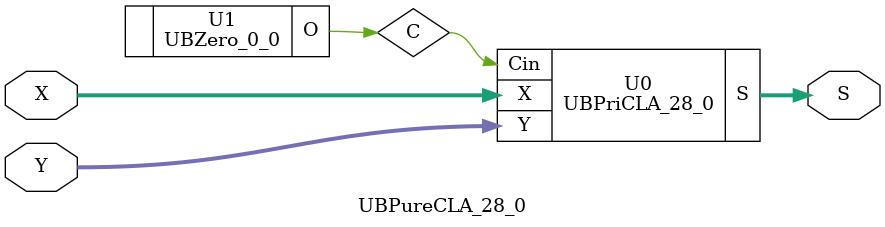
<source format=v>
/*----------------------------------------------------------------------------
  Copyright (c) 2021 Homma laboratory. All rights reserved.

  Top module: UBCLA_28_0_28_0

  Operand-1 length: 29
  Operand-2 length: 29
  Two-operand addition algorithm: Carry look-ahead adder
----------------------------------------------------------------------------*/

module GPGenerator(Go, Po, A, B);
  output Go;
  output Po;
  input A;
  input B;
  assign Go = A & B;
  assign Po = A ^ B;
endmodule

module CLAUnit_29(C, G, P, Cin);
  output [29:1] C;
  input Cin;
  input [28:0] G;
  input [28:0] P;
  assign C[1] = G[0] | ( P[0] & Cin );
  assign C[2] = G[1] | ( P[1] & G[0] ) | ( P[1] & P[0] & Cin );
  assign C[3] = G[2] | ( P[2] & G[1] ) | ( P[2] & P[1] & G[0] ) | ( P[2] & P[1] & P[0] & Cin );
  assign C[4] = G[3] | ( P[3] & G[2] ) | ( P[3] & P[2] & G[1] ) | ( P[3] & P[2] & P[1] & G[0] ) | ( P[3] & P[2] & P[1] & P[0] & Cin );
  assign C[5] = G[4] | ( P[4] & G[3] ) | ( P[4] & P[3] & G[2] ) | ( P[4] & P[3] & P[2] & G[1] ) | ( P[4] & P[3] & P[2] & P[1] & G[0] ) | ( P[4] & P[3] & P[2] & P[1] & P[0] & Cin );
  assign C[6] = G[5] | ( P[5] & G[4] ) | ( P[5] & P[4] & G[3] ) | ( P[5] & P[4] & P[3] & G[2] ) | ( P[5] & P[4] & P[3] & P[2] & G[1] ) | ( P[5] & P[4] & P[3] & P[2] & P[1] & G[0] ) | ( P[5] & P[4] & P[3]
 & P[2] & P[1] & P[0] & Cin );
  assign C[7] = G[6] | ( P[6] & G[5] ) | ( P[6] & P[5] & G[4] ) | ( P[6] & P[5] & P[4] & G[3] ) | ( P[6] & P[5] & P[4] & P[3] & G[2] ) | ( P[6] & P[5] & P[4] & P[3] & P[2] & G[1] ) | ( P[6] & P[5] & P[4]
 & P[3] & P[2] & P[1] & G[0] ) | ( P[6] & P[5] & P[4] & P[3] & P[2] & P[1] & P[0] & Cin );
  assign C[8] = G[7] | ( P[7] & G[6] ) | ( P[7] & P[6] & G[5] ) | ( P[7] & P[6] & P[5] & G[4] ) | ( P[7] & P[6] & P[5] & P[4] & G[3] ) | ( P[7] & P[6] & P[5] & P[4] & P[3] & G[2] ) | ( P[7] & P[6] & P[5]
 & P[4] & P[3] & P[2] & G[1] ) | ( P[7] & P[6] & P[5] & P[4] & P[3] & P[2] & P[1] & G[0] ) | ( P[7] & P[6] & P[5] & P[4] & P[3] & P[2] & P[1] & P[0] & Cin );
  assign C[9] = G[8] | ( P[8] & G[7] ) | ( P[8] & P[7] & G[6] ) | ( P[8] & P[7] & P[6] & G[5] ) | ( P[8] & P[7] & P[6] & P[5] & G[4] ) | ( P[8] & P[7] & P[6] & P[5] & P[4] & G[3] ) | ( P[8] & P[7] & P[6]
 & P[5] & P[4] & P[3] & G[2] ) | ( P[8] & P[7] & P[6] & P[5] & P[4] & P[3] & P[2] & G[1] ) | ( P[8] & P[7] & P[6] & P[5] & P[4] & P[3] & P[2] & P[1] & G[0] ) | ( P[8] & P[7] & P[6] & P[5] & P[4] & P[3]
 & P[2] & P[1] & P[0] & Cin );
  assign C[10] = G[9] | ( P[9] & G[8] ) | ( P[9] & P[8] & G[7] ) | ( P[9] & P[8] & P[7] & G[6] ) | ( P[9] & P[8] & P[7] & P[6] & G[5] ) | ( P[9] & P[8] & P[7] & P[6] & P[5] & G[4] ) | ( P[9] & P[8] & P[7]
 & P[6] & P[5] & P[4] & G[3] ) | ( P[9] & P[8] & P[7] & P[6] & P[5] & P[4] & P[3] & G[2] ) | ( P[9] & P[8] & P[7] & P[6] & P[5] & P[4] & P[3] & P[2] & G[1] ) | ( P[9] & P[8] & P[7] & P[6] & P[5] & P[4]
 & P[3] & P[2] & P[1] & G[0] ) | ( P[9] & P[8] & P[7] & P[6] & P[5] & P[4] & P[3] & P[2] & P[1] & P[0] & Cin );
  assign C[11] = G[10] | ( P[10] & G[9] ) | ( P[10] & P[9] & G[8] ) | ( P[10] & P[9] & P[8] & G[7] ) | ( P[10] & P[9] & P[8] & P[7] & G[6] ) | ( P[10] & P[9] & P[8] & P[7] & P[6] & G[5] ) | ( P[10] & P[9]
 & P[8] & P[7] & P[6] & P[5] & G[4] ) | ( P[10] & P[9] & P[8] & P[7] & P[6] & P[5] & P[4] & G[3] ) | ( P[10] & P[9] & P[8] & P[7] & P[6] & P[5] & P[4] & P[3] & G[2] ) | ( P[10] & P[9] & P[8] & P[7] & P[6]
 & P[5] & P[4] & P[3] & P[2] & G[1] ) | ( P[10] & P[9] & P[8] & P[7] & P[6] & P[5] & P[4] & P[3] & P[2] & P[1] & G[0] ) | ( P[10] & P[9] & P[8] & P[7] & P[6] & P[5] & P[4] & P[3] & P[2] & P[1] & P[0] &
 Cin );
  assign C[12] = G[11] | ( P[11] & G[10] ) | ( P[11] & P[10] & G[9] ) | ( P[11] & P[10] & P[9] & G[8] ) | ( P[11] & P[10] & P[9] & P[8] & G[7] ) | ( P[11] & P[10] & P[9] & P[8] & P[7] & G[6] ) | ( P[11]
 & P[10] & P[9] & P[8] & P[7] & P[6] & G[5] ) | ( P[11] & P[10] & P[9] & P[8] & P[7] & P[6] & P[5] & G[4] ) | ( P[11] & P[10] & P[9] & P[8] & P[7] & P[6] & P[5] & P[4] & G[3] ) | ( P[11] & P[10] & P[9]
 & P[8] & P[7] & P[6] & P[5] & P[4] & P[3] & G[2] ) | ( P[11] & P[10] & P[9] & P[8] & P[7] & P[6] & P[5] & P[4] & P[3] & P[2] & G[1] ) | ( P[11] & P[10] & P[9] & P[8] & P[7] & P[6] & P[5] & P[4] & P[3]
 & P[2] & P[1] & G[0] ) | ( P[11] & P[10] & P[9] & P[8] & P[7] & P[6] & P[5] & P[4] & P[3] & P[2] & P[1] & P[0] & Cin );
  assign C[13] = G[12] | ( P[12] & G[11] ) | ( P[12] & P[11] & G[10] ) | ( P[12] & P[11] & P[10] & G[9] ) | ( P[12] & P[11] & P[10] & P[9] & G[8] ) | ( P[12] & P[11] & P[10] & P[9] & P[8] & G[7] ) | ( P[12]
 & P[11] & P[10] & P[9] & P[8] & P[7] & G[6] ) | ( P[12] & P[11] & P[10] & P[9] & P[8] & P[7] & P[6] & G[5] ) | ( P[12] & P[11] & P[10] & P[9] & P[8] & P[7] & P[6] & P[5] & G[4] ) | ( P[12] & P[11] & P[10]
 & P[9] & P[8] & P[7] & P[6] & P[5] & P[4] & G[3] ) | ( P[12] & P[11] & P[10] & P[9] & P[8] & P[7] & P[6] & P[5] & P[4] & P[3] & G[2] ) | ( P[12] & P[11] & P[10] & P[9] & P[8] & P[7] & P[6] & P[5] & P[4]
 & P[3] & P[2] & G[1] ) | ( P[12] & P[11] & P[10] & P[9] & P[8] & P[7] & P[6] & P[5] & P[4] & P[3] & P[2] & P[1] & G[0] ) | ( P[12] & P[11] & P[10] & P[9] & P[8] & P[7] & P[6] & P[5] & P[4] & P[3] & P[2]
 & P[1] & P[0] & Cin );
  assign C[14] = G[13] | ( P[13] & G[12] ) | ( P[13] & P[12] & G[11] ) | ( P[13] & P[12] & P[11] & G[10] ) | ( P[13] & P[12] & P[11] & P[10] & G[9] ) | ( P[13] & P[12] & P[11] & P[10] & P[9] & G[8] ) |
 ( P[13] & P[12] & P[11] & P[10] & P[9] & P[8] & G[7] ) | ( P[13] & P[12] & P[11] & P[10] & P[9] & P[8] & P[7] & G[6] ) | ( P[13] & P[12] & P[11] & P[10] & P[9] & P[8] & P[7] & P[6] & G[5] ) | ( P[13] &
 P[12] & P[11] & P[10] & P[9] & P[8] & P[7] & P[6] & P[5] & G[4] ) | ( P[13] & P[12] & P[11] & P[10] & P[9] & P[8] & P[7] & P[6] & P[5] & P[4] & G[3] ) | ( P[13] & P[12] & P[11] & P[10] & P[9] & P[8] &
 P[7] & P[6] & P[5] & P[4] & P[3] & G[2] ) | ( P[13] & P[12] & P[11] & P[10] & P[9] & P[8] & P[7] & P[6] & P[5] & P[4] & P[3] & P[2] & G[1] ) | ( P[13] & P[12] & P[11] & P[10] & P[9] & P[8] & P[7] & P[6]
 & P[5] & P[4] & P[3] & P[2] & P[1] & G[0] ) | ( P[13] & P[12] & P[11] & P[10] & P[9] & P[8] & P[7] & P[6] & P[5] & P[4] & P[3] & P[2] & P[1] & P[0] & Cin );
  assign C[15] = G[14] | ( P[14] & G[13] ) | ( P[14] & P[13] & G[12] ) | ( P[14] & P[13] & P[12] & G[11] ) | ( P[14] & P[13] & P[12] & P[11] & G[10] ) | ( P[14] & P[13] & P[12] & P[11] & P[10] & G[9] )
 | ( P[14] & P[13] & P[12] & P[11] & P[10] & P[9] & G[8] ) | ( P[14] & P[13] & P[12] & P[11] & P[10] & P[9] & P[8] & G[7] ) | ( P[14] & P[13] & P[12] & P[11] & P[10] & P[9] & P[8] & P[7] & G[6] ) | ( P[14]
 & P[13] & P[12] & P[11] & P[10] & P[9] & P[8] & P[7] & P[6] & G[5] ) | ( P[14] & P[13] & P[12] & P[11] & P[10] & P[9] & P[8] & P[7] & P[6] & P[5] & G[4] ) | ( P[14] & P[13] & P[12] & P[11] & P[10] & P[9]
 & P[8] & P[7] & P[6] & P[5] & P[4] & G[3] ) | ( P[14] & P[13] & P[12] & P[11] & P[10] & P[9] & P[8] & P[7] & P[6] & P[5] & P[4] & P[3] & G[2] ) | ( P[14] & P[13] & P[12] & P[11] & P[10] & P[9] & P[8] &
 P[7] & P[6] & P[5] & P[4] & P[3] & P[2] & G[1] ) | ( P[14] & P[13] & P[12] & P[11] & P[10] & P[9] & P[8] & P[7] & P[6] & P[5] & P[4] & P[3] & P[2] & P[1] & G[0] ) | ( P[14] & P[13] & P[12] & P[11] & P[10]
 & P[9] & P[8] & P[7] & P[6] & P[5] & P[4] & P[3] & P[2] & P[1] & P[0] & Cin );
  assign C[16] = G[15] | ( P[15] & G[14] ) | ( P[15] & P[14] & G[13] ) | ( P[15] & P[14] & P[13] & G[12] ) | ( P[15] & P[14] & P[13] & P[12] & G[11] ) | ( P[15] & P[14] & P[13] & P[12] & P[11] & G[10] )
 | ( P[15] & P[14] & P[13] & P[12] & P[11] & P[10] & G[9] ) | ( P[15] & P[14] & P[13] & P[12] & P[11] & P[10] & P[9] & G[8] ) | ( P[15] & P[14] & P[13] & P[12] & P[11] & P[10] & P[9] & P[8] & G[7] ) | (
 P[15] & P[14] & P[13] & P[12] & P[11] & P[10] & P[9] & P[8] & P[7] & G[6] ) | ( P[15] & P[14] & P[13] & P[12] & P[11] & P[10] & P[9] & P[8] & P[7] & P[6] & G[5] ) | ( P[15] & P[14] & P[13] & P[12] & P[11]
 & P[10] & P[9] & P[8] & P[7] & P[6] & P[5] & G[4] ) | ( P[15] & P[14] & P[13] & P[12] & P[11] & P[10] & P[9] & P[8] & P[7] & P[6] & P[5] & P[4] & G[3] ) | ( P[15] & P[14] & P[13] & P[12] & P[11] & P[10]
 & P[9] & P[8] & P[7] & P[6] & P[5] & P[4] & P[3] & G[2] ) | ( P[15] & P[14] & P[13] & P[12] & P[11] & P[10] & P[9] & P[8] & P[7] & P[6] & P[5] & P[4] & P[3] & P[2] & G[1] ) | ( P[15] & P[14] & P[13] &
 P[12] & P[11] & P[10] & P[9] & P[8] & P[7] & P[6] & P[5] & P[4] & P[3] & P[2] & P[1] & G[0] ) | ( P[15] & P[14] & P[13] & P[12] & P[11] & P[10] & P[9] & P[8] & P[7] & P[6] & P[5] & P[4] & P[3] & P[2] &
 P[1] & P[0] & Cin );
  assign C[17] = G[16] | ( P[16] & G[15] ) | ( P[16] & P[15] & G[14] ) | ( P[16] & P[15] & P[14] & G[13] ) | ( P[16] & P[15] & P[14] & P[13] & G[12] ) | ( P[16] & P[15] & P[14] & P[13] & P[12] & G[11] )
 | ( P[16] & P[15] & P[14] & P[13] & P[12] & P[11] & G[10] ) | ( P[16] & P[15] & P[14] & P[13] & P[12] & P[11] & P[10] & G[9] ) | ( P[16] & P[15] & P[14] & P[13] & P[12] & P[11] & P[10] & P[9] & G[8] )
 | ( P[16] & P[15] & P[14] & P[13] & P[12] & P[11] & P[10] & P[9] & P[8] & G[7] ) | ( P[16] & P[15] & P[14] & P[13] & P[12] & P[11] & P[10] & P[9] & P[8] & P[7] & G[6] ) | ( P[16] & P[15] & P[14] & P[13]
 & P[12] & P[11] & P[10] & P[9] & P[8] & P[7] & P[6] & G[5] ) | ( P[16] & P[15] & P[14] & P[13] & P[12] & P[11] & P[10] & P[9] & P[8] & P[7] & P[6] & P[5] & G[4] ) | ( P[16] & P[15] & P[14] & P[13] & P[12]
 & P[11] & P[10] & P[9] & P[8] & P[7] & P[6] & P[5] & P[4] & G[3] ) | ( P[16] & P[15] & P[14] & P[13] & P[12] & P[11] & P[10] & P[9] & P[8] & P[7] & P[6] & P[5] & P[4] & P[3] & G[2] ) | ( P[16] & P[15]
 & P[14] & P[13] & P[12] & P[11] & P[10] & P[9] & P[8] & P[7] & P[6] & P[5] & P[4] & P[3] & P[2] & G[1] ) | ( P[16] & P[15] & P[14] & P[13] & P[12] & P[11] & P[10] & P[9] & P[8] & P[7] & P[6] & P[5] & P[4]
 & P[3] & P[2] & P[1] & G[0] ) | ( P[16] & P[15] & P[14] & P[13] & P[12] & P[11] & P[10] & P[9] & P[8] & P[7] & P[6] & P[5] & P[4] & P[3] & P[2] & P[1] & P[0] & Cin );
  assign C[18] = G[17] | ( P[17] & G[16] ) | ( P[17] & P[16] & G[15] ) | ( P[17] & P[16] & P[15] & G[14] ) | ( P[17] & P[16] & P[15] & P[14] & G[13] ) | ( P[17] & P[16] & P[15] & P[14] & P[13] & G[12] )
 | ( P[17] & P[16] & P[15] & P[14] & P[13] & P[12] & G[11] ) | ( P[17] & P[16] & P[15] & P[14] & P[13] & P[12] & P[11] & G[10] ) | ( P[17] & P[16] & P[15] & P[14] & P[13] & P[12] & P[11] & P[10] & G[9]
 ) | ( P[17] & P[16] & P[15] & P[14] & P[13] & P[12] & P[11] & P[10] & P[9] & G[8] ) | ( P[17] & P[16] & P[15] & P[14] & P[13] & P[12] & P[11] & P[10] & P[9] & P[8] & G[7] ) | ( P[17] & P[16] & P[15] &
 P[14] & P[13] & P[12] & P[11] & P[10] & P[9] & P[8] & P[7] & G[6] ) | ( P[17] & P[16] & P[15] & P[14] & P[13] & P[12] & P[11] & P[10] & P[9] & P[8] & P[7] & P[6] & G[5] ) | ( P[17] & P[16] & P[15] & P[14]
 & P[13] & P[12] & P[11] & P[10] & P[9] & P[8] & P[7] & P[6] & P[5] & G[4] ) | ( P[17] & P[16] & P[15] & P[14] & P[13] & P[12] & P[11] & P[10] & P[9] & P[8] & P[7] & P[6] & P[5] & P[4] & G[3] ) | ( P[17]
 & P[16] & P[15] & P[14] & P[13] & P[12] & P[11] & P[10] & P[9] & P[8] & P[7] & P[6] & P[5] & P[4] & P[3] & G[2] ) | ( P[17] & P[16] & P[15] & P[14] & P[13] & P[12] & P[11] & P[10] & P[9] & P[8] & P[7]
 & P[6] & P[5] & P[4] & P[3] & P[2] & G[1] ) | ( P[17] & P[16] & P[15] & P[14] & P[13] & P[12] & P[11] & P[10] & P[9] & P[8] & P[7] & P[6] & P[5] & P[4] & P[3] & P[2] & P[1] & G[0] ) | ( P[17] & P[16] &
 P[15] & P[14] & P[13] & P[12] & P[11] & P[10] & P[9] & P[8] & P[7] & P[6] & P[5] & P[4] & P[3] & P[2] & P[1] & P[0] & Cin );
  assign C[19] = G[18] | ( P[18] & G[17] ) | ( P[18] & P[17] & G[16] ) | ( P[18] & P[17] & P[16] & G[15] ) | ( P[18] & P[17] & P[16] & P[15] & G[14] ) | ( P[18] & P[17] & P[16] & P[15] & P[14] & G[13] )
 | ( P[18] & P[17] & P[16] & P[15] & P[14] & P[13] & G[12] ) | ( P[18] & P[17] & P[16] & P[15] & P[14] & P[13] & P[12] & G[11] ) | ( P[18] & P[17] & P[16] & P[15] & P[14] & P[13] & P[12] & P[11] & G[10]
 ) | ( P[18] & P[17] & P[16] & P[15] & P[14] & P[13] & P[12] & P[11] & P[10] & G[9] ) | ( P[18] & P[17] & P[16] & P[15] & P[14] & P[13] & P[12] & P[11] & P[10] & P[9] & G[8] ) | ( P[18] & P[17] & P[16]
 & P[15] & P[14] & P[13] & P[12] & P[11] & P[10] & P[9] & P[8] & G[7] ) | ( P[18] & P[17] & P[16] & P[15] & P[14] & P[13] & P[12] & P[11] & P[10] & P[9] & P[8] & P[7] & G[6] ) | ( P[18] & P[17] & P[16]
 & P[15] & P[14] & P[13] & P[12] & P[11] & P[10] & P[9] & P[8] & P[7] & P[6] & G[5] ) | ( P[18] & P[17] & P[16] & P[15] & P[14] & P[13] & P[12] & P[11] & P[10] & P[9] & P[8] & P[7] & P[6] & P[5] & G[4]
 ) | ( P[18] & P[17] & P[16] & P[15] & P[14] & P[13] & P[12] & P[11] & P[10] & P[9] & P[8] & P[7] & P[6] & P[5] & P[4] & G[3] ) | ( P[18] & P[17] & P[16] & P[15] & P[14] & P[13] & P[12] & P[11] & P[10]
 & P[9] & P[8] & P[7] & P[6] & P[5] & P[4] & P[3] & G[2] ) | ( P[18] & P[17] & P[16] & P[15] & P[14] & P[13] & P[12] & P[11] & P[10] & P[9] & P[8] & P[7] & P[6] & P[5] & P[4] & P[3] & P[2] & G[1] ) | (
 P[18] & P[17] & P[16] & P[15] & P[14] & P[13] & P[12] & P[11] & P[10] & P[9] & P[8] & P[7] & P[6] & P[5] & P[4] & P[3] & P[2] & P[1] & G[0] ) | ( P[18] & P[17] & P[16] & P[15] & P[14] & P[13] & P[12] &
 P[11] & P[10] & P[9] & P[8] & P[7] & P[6] & P[5] & P[4] & P[3] & P[2] & P[1] & P[0] & Cin );
  assign C[20] = G[19] | ( P[19] & G[18] ) | ( P[19] & P[18] & G[17] ) | ( P[19] & P[18] & P[17] & G[16] ) | ( P[19] & P[18] & P[17] & P[16] & G[15] ) | ( P[19] & P[18] & P[17] & P[16] & P[15] & G[14] )
 | ( P[19] & P[18] & P[17] & P[16] & P[15] & P[14] & G[13] ) | ( P[19] & P[18] & P[17] & P[16] & P[15] & P[14] & P[13] & G[12] ) | ( P[19] & P[18] & P[17] & P[16] & P[15] & P[14] & P[13] & P[12] & G[11]
 ) | ( P[19] & P[18] & P[17] & P[16] & P[15] & P[14] & P[13] & P[12] & P[11] & G[10] ) | ( P[19] & P[18] & P[17] & P[16] & P[15] & P[14] & P[13] & P[12] & P[11] & P[10] & G[9] ) | ( P[19] & P[18] & P[17]
 & P[16] & P[15] & P[14] & P[13] & P[12] & P[11] & P[10] & P[9] & G[8] ) | ( P[19] & P[18] & P[17] & P[16] & P[15] & P[14] & P[13] & P[12] & P[11] & P[10] & P[9] & P[8] & G[7] ) | ( P[19] & P[18] & P[17]
 & P[16] & P[15] & P[14] & P[13] & P[12] & P[11] & P[10] & P[9] & P[8] & P[7] & G[6] ) | ( P[19] & P[18] & P[17] & P[16] & P[15] & P[14] & P[13] & P[12] & P[11] & P[10] & P[9] & P[8] & P[7] & P[6] & G[5]
 ) | ( P[19] & P[18] & P[17] & P[16] & P[15] & P[14] & P[13] & P[12] & P[11] & P[10] & P[9] & P[8] & P[7] & P[6] & P[5] & G[4] ) | ( P[19] & P[18] & P[17] & P[16] & P[15] & P[14] & P[13] & P[12] & P[11]
 & P[10] & P[9] & P[8] & P[7] & P[6] & P[5] & P[4] & G[3] ) | ( P[19] & P[18] & P[17] & P[16] & P[15] & P[14] & P[13] & P[12] & P[11] & P[10] & P[9] & P[8] & P[7] & P[6] & P[5] & P[4] & P[3] & G[2] ) |
 ( P[19] & P[18] & P[17] & P[16] & P[15] & P[14] & P[13] & P[12] & P[11] & P[10] & P[9] & P[8] & P[7] & P[6] & P[5] & P[4] & P[3] & P[2] & G[1] ) | ( P[19] & P[18] & P[17] & P[16] & P[15] & P[14] & P[13]
 & P[12] & P[11] & P[10] & P[9] & P[8] & P[7] & P[6] & P[5] & P[4] & P[3] & P[2] & P[1] & G[0] ) | ( P[19] & P[18] & P[17] & P[16] & P[15] & P[14] & P[13] & P[12] & P[11] & P[10] & P[9] & P[8] & P[7] &
 P[6] & P[5] & P[4] & P[3] & P[2] & P[1] & P[0] & Cin );
  assign C[21] = G[20] | ( P[20] & G[19] ) | ( P[20] & P[19] & G[18] ) | ( P[20] & P[19] & P[18] & G[17] ) | ( P[20] & P[19] & P[18] & P[17] & G[16] ) | ( P[20] & P[19] & P[18] & P[17] & P[16] & G[15] )
 | ( P[20] & P[19] & P[18] & P[17] & P[16] & P[15] & G[14] ) | ( P[20] & P[19] & P[18] & P[17] & P[16] & P[15] & P[14] & G[13] ) | ( P[20] & P[19] & P[18] & P[17] & P[16] & P[15] & P[14] & P[13] & G[12]
 ) | ( P[20] & P[19] & P[18] & P[17] & P[16] & P[15] & P[14] & P[13] & P[12] & G[11] ) | ( P[20] & P[19] & P[18] & P[17] & P[16] & P[15] & P[14] & P[13] & P[12] & P[11] & G[10] ) | ( P[20] & P[19] & P[18]
 & P[17] & P[16] & P[15] & P[14] & P[13] & P[12] & P[11] & P[10] & G[9] ) | ( P[20] & P[19] & P[18] & P[17] & P[16] & P[15] & P[14] & P[13] & P[12] & P[11] & P[10] & P[9] & G[8] ) | ( P[20] & P[19] & P[18]
 & P[17] & P[16] & P[15] & P[14] & P[13] & P[12] & P[11] & P[10] & P[9] & P[8] & G[7] ) | ( P[20] & P[19] & P[18] & P[17] & P[16] & P[15] & P[14] & P[13] & P[12] & P[11] & P[10] & P[9] & P[8] & P[7] & G[6]
 ) | ( P[20] & P[19] & P[18] & P[17] & P[16] & P[15] & P[14] & P[13] & P[12] & P[11] & P[10] & P[9] & P[8] & P[7] & P[6] & G[5] ) | ( P[20] & P[19] & P[18] & P[17] & P[16] & P[15] & P[14] & P[13] & P[12]
 & P[11] & P[10] & P[9] & P[8] & P[7] & P[6] & P[5] & G[4] ) | ( P[20] & P[19] & P[18] & P[17] & P[16] & P[15] & P[14] & P[13] & P[12] & P[11] & P[10] & P[9] & P[8] & P[7] & P[6] & P[5] & P[4] & G[3] )
 | ( P[20] & P[19] & P[18] & P[17] & P[16] & P[15] & P[14] & P[13] & P[12] & P[11] & P[10] & P[9] & P[8] & P[7] & P[6] & P[5] & P[4] & P[3] & G[2] ) | ( P[20] & P[19] & P[18] & P[17] & P[16] & P[15] & P[14]
 & P[13] & P[12] & P[11] & P[10] & P[9] & P[8] & P[7] & P[6] & P[5] & P[4] & P[3] & P[2] & G[1] ) | ( P[20] & P[19] & P[18] & P[17] & P[16] & P[15] & P[14] & P[13] & P[12] & P[11] & P[10] & P[9] & P[8]
 & P[7] & P[6] & P[5] & P[4] & P[3] & P[2] & P[1] & G[0] ) | ( P[20] & P[19] & P[18] & P[17] & P[16] & P[15] & P[14] & P[13] & P[12] & P[11] & P[10] & P[9] & P[8] & P[7] & P[6] & P[5] & P[4] & P[3] & P[2]
 & P[1] & P[0] & Cin );
  assign C[22] = G[21] | ( P[21] & G[20] ) | ( P[21] & P[20] & G[19] ) | ( P[21] & P[20] & P[19] & G[18] ) | ( P[21] & P[20] & P[19] & P[18] & G[17] ) | ( P[21] & P[20] & P[19] & P[18] & P[17] & G[16] )
 | ( P[21] & P[20] & P[19] & P[18] & P[17] & P[16] & G[15] ) | ( P[21] & P[20] & P[19] & P[18] & P[17] & P[16] & P[15] & G[14] ) | ( P[21] & P[20] & P[19] & P[18] & P[17] & P[16] & P[15] & P[14] & G[13]
 ) | ( P[21] & P[20] & P[19] & P[18] & P[17] & P[16] & P[15] & P[14] & P[13] & G[12] ) | ( P[21] & P[20] & P[19] & P[18] & P[17] & P[16] & P[15] & P[14] & P[13] & P[12] & G[11] ) | ( P[21] & P[20] & P[19]
 & P[18] & P[17] & P[16] & P[15] & P[14] & P[13] & P[12] & P[11] & G[10] ) | ( P[21] & P[20] & P[19] & P[18] & P[17] & P[16] & P[15] & P[14] & P[13] & P[12] & P[11] & P[10] & G[9] ) | ( P[21] & P[20] &
 P[19] & P[18] & P[17] & P[16] & P[15] & P[14] & P[13] & P[12] & P[11] & P[10] & P[9] & G[8] ) | ( P[21] & P[20] & P[19] & P[18] & P[17] & P[16] & P[15] & P[14] & P[13] & P[12] & P[11] & P[10] & P[9] &
 P[8] & G[7] ) | ( P[21] & P[20] & P[19] & P[18] & P[17] & P[16] & P[15] & P[14] & P[13] & P[12] & P[11] & P[10] & P[9] & P[8] & P[7] & G[6] ) | ( P[21] & P[20] & P[19] & P[18] & P[17] & P[16] & P[15] &
 P[14] & P[13] & P[12] & P[11] & P[10] & P[9] & P[8] & P[7] & P[6] & G[5] ) | ( P[21] & P[20] & P[19] & P[18] & P[17] & P[16] & P[15] & P[14] & P[13] & P[12] & P[11] & P[10] & P[9] & P[8] & P[7] & P[6]
 & P[5] & G[4] ) | ( P[21] & P[20] & P[19] & P[18] & P[17] & P[16] & P[15] & P[14] & P[13] & P[12] & P[11] & P[10] & P[9] & P[8] & P[7] & P[6] & P[5] & P[4] & G[3] ) | ( P[21] & P[20] & P[19] & P[18] &
 P[17] & P[16] & P[15] & P[14] & P[13] & P[12] & P[11] & P[10] & P[9] & P[8] & P[7] & P[6] & P[5] & P[4] & P[3] & G[2] ) | ( P[21] & P[20] & P[19] & P[18] & P[17] & P[16] & P[15] & P[14] & P[13] & P[12]
 & P[11] & P[10] & P[9] & P[8] & P[7] & P[6] & P[5] & P[4] & P[3] & P[2] & G[1] ) | ( P[21] & P[20] & P[19] & P[18] & P[17] & P[16] & P[15] & P[14] & P[13] & P[12] & P[11] & P[10] & P[9] & P[8] & P[7] &
 P[6] & P[5] & P[4] & P[3] & P[2] & P[1] & G[0] ) | ( P[21] & P[20] & P[19] & P[18] & P[17] & P[16] & P[15] & P[14] & P[13] & P[12] & P[11] & P[10] & P[9] & P[8] & P[7] & P[6] & P[5] & P[4] & P[3] & P[2]
 & P[1] & P[0] & Cin );
  assign C[23] = G[22] | ( P[22] & G[21] ) | ( P[22] & P[21] & G[20] ) | ( P[22] & P[21] & P[20] & G[19] ) | ( P[22] & P[21] & P[20] & P[19] & G[18] ) | ( P[22] & P[21] & P[20] & P[19] & P[18] & G[17] )
 | ( P[22] & P[21] & P[20] & P[19] & P[18] & P[17] & G[16] ) | ( P[22] & P[21] & P[20] & P[19] & P[18] & P[17] & P[16] & G[15] ) | ( P[22] & P[21] & P[20] & P[19] & P[18] & P[17] & P[16] & P[15] & G[14]
 ) | ( P[22] & P[21] & P[20] & P[19] & P[18] & P[17] & P[16] & P[15] & P[14] & G[13] ) | ( P[22] & P[21] & P[20] & P[19] & P[18] & P[17] & P[16] & P[15] & P[14] & P[13] & G[12] ) | ( P[22] & P[21] & P[20]
 & P[19] & P[18] & P[17] & P[16] & P[15] & P[14] & P[13] & P[12] & G[11] ) | ( P[22] & P[21] & P[20] & P[19] & P[18] & P[17] & P[16] & P[15] & P[14] & P[13] & P[12] & P[11] & G[10] ) | ( P[22] & P[21] &
 P[20] & P[19] & P[18] & P[17] & P[16] & P[15] & P[14] & P[13] & P[12] & P[11] & P[10] & G[9] ) | ( P[22] & P[21] & P[20] & P[19] & P[18] & P[17] & P[16] & P[15] & P[14] & P[13] & P[12] & P[11] & P[10]
 & P[9] & G[8] ) | ( P[22] & P[21] & P[20] & P[19] & P[18] & P[17] & P[16] & P[15] & P[14] & P[13] & P[12] & P[11] & P[10] & P[9] & P[8] & G[7] ) | ( P[22] & P[21] & P[20] & P[19] & P[18] & P[17] & P[16]
 & P[15] & P[14] & P[13] & P[12] & P[11] & P[10] & P[9] & P[8] & P[7] & G[6] ) | ( P[22] & P[21] & P[20] & P[19] & P[18] & P[17] & P[16] & P[15] & P[14] & P[13] & P[12] & P[11] & P[10] & P[9] & P[8] & P[7]
 & P[6] & G[5] ) | ( P[22] & P[21] & P[20] & P[19] & P[18] & P[17] & P[16] & P[15] & P[14] & P[13] & P[12] & P[11] & P[10] & P[9] & P[8] & P[7] & P[6] & P[5] & G[4] ) | ( P[22] & P[21] & P[20] & P[19] &
 P[18] & P[17] & P[16] & P[15] & P[14] & P[13] & P[12] & P[11] & P[10] & P[9] & P[8] & P[7] & P[6] & P[5] & P[4] & G[3] ) | ( P[22] & P[21] & P[20] & P[19] & P[18] & P[17] & P[16] & P[15] & P[14] & P[13]
 & P[12] & P[11] & P[10] & P[9] & P[8] & P[7] & P[6] & P[5] & P[4] & P[3] & G[2] ) | ( P[22] & P[21] & P[20] & P[19] & P[18] & P[17] & P[16] & P[15] & P[14] & P[13] & P[12] & P[11] & P[10] & P[9] & P[8]
 & P[7] & P[6] & P[5] & P[4] & P[3] & P[2] & G[1] ) | ( P[22] & P[21] & P[20] & P[19] & P[18] & P[17] & P[16] & P[15] & P[14] & P[13] & P[12] & P[11] & P[10] & P[9] & P[8] & P[7] & P[6] & P[5] & P[4] &
 P[3] & P[2] & P[1] & G[0] ) | ( P[22] & P[21] & P[20] & P[19] & P[18] & P[17] & P[16] & P[15] & P[14] & P[13] & P[12] & P[11] & P[10] & P[9] & P[8] & P[7] & P[6] & P[5] & P[4] & P[3] & P[2] & P[1] & P[0]
 & Cin );
  assign C[24] = G[23] | ( P[23] & G[22] ) | ( P[23] & P[22] & G[21] ) | ( P[23] & P[22] & P[21] & G[20] ) | ( P[23] & P[22] & P[21] & P[20] & G[19] ) | ( P[23] & P[22] & P[21] & P[20] & P[19] & G[18] )
 | ( P[23] & P[22] & P[21] & P[20] & P[19] & P[18] & G[17] ) | ( P[23] & P[22] & P[21] & P[20] & P[19] & P[18] & P[17] & G[16] ) | ( P[23] & P[22] & P[21] & P[20] & P[19] & P[18] & P[17] & P[16] & G[15]
 ) | ( P[23] & P[22] & P[21] & P[20] & P[19] & P[18] & P[17] & P[16] & P[15] & G[14] ) | ( P[23] & P[22] & P[21] & P[20] & P[19] & P[18] & P[17] & P[16] & P[15] & P[14] & G[13] ) | ( P[23] & P[22] & P[21]
 & P[20] & P[19] & P[18] & P[17] & P[16] & P[15] & P[14] & P[13] & G[12] ) | ( P[23] & P[22] & P[21] & P[20] & P[19] & P[18] & P[17] & P[16] & P[15] & P[14] & P[13] & P[12] & G[11] ) | ( P[23] & P[22] &
 P[21] & P[20] & P[19] & P[18] & P[17] & P[16] & P[15] & P[14] & P[13] & P[12] & P[11] & G[10] ) | ( P[23] & P[22] & P[21] & P[20] & P[19] & P[18] & P[17] & P[16] & P[15] & P[14] & P[13] & P[12] & P[11]
 & P[10] & G[9] ) | ( P[23] & P[22] & P[21] & P[20] & P[19] & P[18] & P[17] & P[16] & P[15] & P[14] & P[13] & P[12] & P[11] & P[10] & P[9] & G[8] ) | ( P[23] & P[22] & P[21] & P[20] & P[19] & P[18] & P[17]
 & P[16] & P[15] & P[14] & P[13] & P[12] & P[11] & P[10] & P[9] & P[8] & G[7] ) | ( P[23] & P[22] & P[21] & P[20] & P[19] & P[18] & P[17] & P[16] & P[15] & P[14] & P[13] & P[12] & P[11] & P[10] & P[9] &
 P[8] & P[7] & G[6] ) | ( P[23] & P[22] & P[21] & P[20] & P[19] & P[18] & P[17] & P[16] & P[15] & P[14] & P[13] & P[12] & P[11] & P[10] & P[9] & P[8] & P[7] & P[6] & G[5] ) | ( P[23] & P[22] & P[21] & P[20]
 & P[19] & P[18] & P[17] & P[16] & P[15] & P[14] & P[13] & P[12] & P[11] & P[10] & P[9] & P[8] & P[7] & P[6] & P[5] & G[4] ) | ( P[23] & P[22] & P[21] & P[20] & P[19] & P[18] & P[17] & P[16] & P[15] & P[14]
 & P[13] & P[12] & P[11] & P[10] & P[9] & P[8] & P[7] & P[6] & P[5] & P[4] & G[3] ) | ( P[23] & P[22] & P[21] & P[20] & P[19] & P[18] & P[17] & P[16] & P[15] & P[14] & P[13] & P[12] & P[11] & P[10] & P[9]
 & P[8] & P[7] & P[6] & P[5] & P[4] & P[3] & G[2] ) | ( P[23] & P[22] & P[21] & P[20] & P[19] & P[18] & P[17] & P[16] & P[15] & P[14] & P[13] & P[12] & P[11] & P[10] & P[9] & P[8] & P[7] & P[6] & P[5] &
 P[4] & P[3] & P[2] & G[1] ) | ( P[23] & P[22] & P[21] & P[20] & P[19] & P[18] & P[17] & P[16] & P[15] & P[14] & P[13] & P[12] & P[11] & P[10] & P[9] & P[8] & P[7] & P[6] & P[5] & P[4] & P[3] & P[2] & P[1]
 & G[0] ) | ( P[23] & P[22] & P[21] & P[20] & P[19] & P[18] & P[17] & P[16] & P[15] & P[14] & P[13] & P[12] & P[11] & P[10] & P[9] & P[8] & P[7] & P[6] & P[5] & P[4] & P[3] & P[2] & P[1] & P[0] & Cin );
  assign C[25] = G[24] | ( P[24] & G[23] ) | ( P[24] & P[23] & G[22] ) | ( P[24] & P[23] & P[22] & G[21] ) | ( P[24] & P[23] & P[22] & P[21] & G[20] ) | ( P[24] & P[23] & P[22] & P[21] & P[20] & G[19] )
 | ( P[24] & P[23] & P[22] & P[21] & P[20] & P[19] & G[18] ) | ( P[24] & P[23] & P[22] & P[21] & P[20] & P[19] & P[18] & G[17] ) | ( P[24] & P[23] & P[22] & P[21] & P[20] & P[19] & P[18] & P[17] & G[16]
 ) | ( P[24] & P[23] & P[22] & P[21] & P[20] & P[19] & P[18] & P[17] & P[16] & G[15] ) | ( P[24] & P[23] & P[22] & P[21] & P[20] & P[19] & P[18] & P[17] & P[16] & P[15] & G[14] ) | ( P[24] & P[23] & P[22]
 & P[21] & P[20] & P[19] & P[18] & P[17] & P[16] & P[15] & P[14] & G[13] ) | ( P[24] & P[23] & P[22] & P[21] & P[20] & P[19] & P[18] & P[17] & P[16] & P[15] & P[14] & P[13] & G[12] ) | ( P[24] & P[23] &
 P[22] & P[21] & P[20] & P[19] & P[18] & P[17] & P[16] & P[15] & P[14] & P[13] & P[12] & G[11] ) | ( P[24] & P[23] & P[22] & P[21] & P[20] & P[19] & P[18] & P[17] & P[16] & P[15] & P[14] & P[13] & P[12]
 & P[11] & G[10] ) | ( P[24] & P[23] & P[22] & P[21] & P[20] & P[19] & P[18] & P[17] & P[16] & P[15] & P[14] & P[13] & P[12] & P[11] & P[10] & G[9] ) | ( P[24] & P[23] & P[22] & P[21] & P[20] & P[19] &
 P[18] & P[17] & P[16] & P[15] & P[14] & P[13] & P[12] & P[11] & P[10] & P[9] & G[8] ) | ( P[24] & P[23] & P[22] & P[21] & P[20] & P[19] & P[18] & P[17] & P[16] & P[15] & P[14] & P[13] & P[12] & P[11] &
 P[10] & P[9] & P[8] & G[7] ) | ( P[24] & P[23] & P[22] & P[21] & P[20] & P[19] & P[18] & P[17] & P[16] & P[15] & P[14] & P[13] & P[12] & P[11] & P[10] & P[9] & P[8] & P[7] & G[6] ) | ( P[24] & P[23] &
 P[22] & P[21] & P[20] & P[19] & P[18] & P[17] & P[16] & P[15] & P[14] & P[13] & P[12] & P[11] & P[10] & P[9] & P[8] & P[7] & P[6] & G[5] ) | ( P[24] & P[23] & P[22] & P[21] & P[20] & P[19] & P[18] & P[17]
 & P[16] & P[15] & P[14] & P[13] & P[12] & P[11] & P[10] & P[9] & P[8] & P[7] & P[6] & P[5] & G[4] ) | ( P[24] & P[23] & P[22] & P[21] & P[20] & P[19] & P[18] & P[17] & P[16] & P[15] & P[14] & P[13] & P[12]
 & P[11] & P[10] & P[9] & P[8] & P[7] & P[6] & P[5] & P[4] & G[3] ) | ( P[24] & P[23] & P[22] & P[21] & P[20] & P[19] & P[18] & P[17] & P[16] & P[15] & P[14] & P[13] & P[12] & P[11] & P[10] & P[9] & P[8]
 & P[7] & P[6] & P[5] & P[4] & P[3] & G[2] ) | ( P[24] & P[23] & P[22] & P[21] & P[20] & P[19] & P[18] & P[17] & P[16] & P[15] & P[14] & P[13] & P[12] & P[11] & P[10] & P[9] & P[8] & P[7] & P[6] & P[5]
 & P[4] & P[3] & P[2] & G[1] ) | ( P[24] & P[23] & P[22] & P[21] & P[20] & P[19] & P[18] & P[17] & P[16] & P[15] & P[14] & P[13] & P[12] & P[11] & P[10] & P[9] & P[8] & P[7] & P[6] & P[5] & P[4] & P[3]
 & P[2] & P[1] & G[0] ) | ( P[24] & P[23] & P[22] & P[21] & P[20] & P[19] & P[18] & P[17] & P[16] & P[15] & P[14] & P[13] & P[12] & P[11] & P[10] & P[9] & P[8] & P[7] & P[6] & P[5] & P[4] & P[3] & P[2]
 & P[1] & P[0] & Cin );
  assign C[26] = G[25] | ( P[25] & G[24] ) | ( P[25] & P[24] & G[23] ) | ( P[25] & P[24] & P[23] & G[22] ) | ( P[25] & P[24] & P[23] & P[22] & G[21] ) | ( P[25] & P[24] & P[23] & P[22] & P[21] & G[20] )
 | ( P[25] & P[24] & P[23] & P[22] & P[21] & P[20] & G[19] ) | ( P[25] & P[24] & P[23] & P[22] & P[21] & P[20] & P[19] & G[18] ) | ( P[25] & P[24] & P[23] & P[22] & P[21] & P[20] & P[19] & P[18] & G[17]
 ) | ( P[25] & P[24] & P[23] & P[22] & P[21] & P[20] & P[19] & P[18] & P[17] & G[16] ) | ( P[25] & P[24] & P[23] & P[22] & P[21] & P[20] & P[19] & P[18] & P[17] & P[16] & G[15] ) | ( P[25] & P[24] & P[23]
 & P[22] & P[21] & P[20] & P[19] & P[18] & P[17] & P[16] & P[15] & G[14] ) | ( P[25] & P[24] & P[23] & P[22] & P[21] & P[20] & P[19] & P[18] & P[17] & P[16] & P[15] & P[14] & G[13] ) | ( P[25] & P[24] &
 P[23] & P[22] & P[21] & P[20] & P[19] & P[18] & P[17] & P[16] & P[15] & P[14] & P[13] & G[12] ) | ( P[25] & P[24] & P[23] & P[22] & P[21] & P[20] & P[19] & P[18] & P[17] & P[16] & P[15] & P[14] & P[13]
 & P[12] & G[11] ) | ( P[25] & P[24] & P[23] & P[22] & P[21] & P[20] & P[19] & P[18] & P[17] & P[16] & P[15] & P[14] & P[13] & P[12] & P[11] & G[10] ) | ( P[25] & P[24] & P[23] & P[22] & P[21] & P[20] &
 P[19] & P[18] & P[17] & P[16] & P[15] & P[14] & P[13] & P[12] & P[11] & P[10] & G[9] ) | ( P[25] & P[24] & P[23] & P[22] & P[21] & P[20] & P[19] & P[18] & P[17] & P[16] & P[15] & P[14] & P[13] & P[12]
 & P[11] & P[10] & P[9] & G[8] ) | ( P[25] & P[24] & P[23] & P[22] & P[21] & P[20] & P[19] & P[18] & P[17] & P[16] & P[15] & P[14] & P[13] & P[12] & P[11] & P[10] & P[9] & P[8] & G[7] ) | ( P[25] & P[24]
 & P[23] & P[22] & P[21] & P[20] & P[19] & P[18] & P[17] & P[16] & P[15] & P[14] & P[13] & P[12] & P[11] & P[10] & P[9] & P[8] & P[7] & G[6] ) | ( P[25] & P[24] & P[23] & P[22] & P[21] & P[20] & P[19] &
 P[18] & P[17] & P[16] & P[15] & P[14] & P[13] & P[12] & P[11] & P[10] & P[9] & P[8] & P[7] & P[6] & G[5] ) | ( P[25] & P[24] & P[23] & P[22] & P[21] & P[20] & P[19] & P[18] & P[17] & P[16] & P[15] & P[14]
 & P[13] & P[12] & P[11] & P[10] & P[9] & P[8] & P[7] & P[6] & P[5] & G[4] ) | ( P[25] & P[24] & P[23] & P[22] & P[21] & P[20] & P[19] & P[18] & P[17] & P[16] & P[15] & P[14] & P[13] & P[12] & P[11] & P[10]
 & P[9] & P[8] & P[7] & P[6] & P[5] & P[4] & G[3] ) | ( P[25] & P[24] & P[23] & P[22] & P[21] & P[20] & P[19] & P[18] & P[17] & P[16] & P[15] & P[14] & P[13] & P[12] & P[11] & P[10] & P[9] & P[8] & P[7]
 & P[6] & P[5] & P[4] & P[3] & G[2] ) | ( P[25] & P[24] & P[23] & P[22] & P[21] & P[20] & P[19] & P[18] & P[17] & P[16] & P[15] & P[14] & P[13] & P[12] & P[11] & P[10] & P[9] & P[8] & P[7] & P[6] & P[5]
 & P[4] & P[3] & P[2] & G[1] ) | ( P[25] & P[24] & P[23] & P[22] & P[21] & P[20] & P[19] & P[18] & P[17] & P[16] & P[15] & P[14] & P[13] & P[12] & P[11] & P[10] & P[9] & P[8] & P[7] & P[6] & P[5] & P[4]
 & P[3] & P[2] & P[1] & G[0] ) | ( P[25] & P[24] & P[23] & P[22] & P[21] & P[20] & P[19] & P[18] & P[17] & P[16] & P[15] & P[14] & P[13] & P[12] & P[11] & P[10] & P[9] & P[8] & P[7] & P[6] & P[5] & P[4]
 & P[3] & P[2] & P[1] & P[0] & Cin );
  assign C[27] = G[26] | ( P[26] & G[25] ) | ( P[26] & P[25] & G[24] ) | ( P[26] & P[25] & P[24] & G[23] ) | ( P[26] & P[25] & P[24] & P[23] & G[22] ) | ( P[26] & P[25] & P[24] & P[23] & P[22] & G[21] )
 | ( P[26] & P[25] & P[24] & P[23] & P[22] & P[21] & G[20] ) | ( P[26] & P[25] & P[24] & P[23] & P[22] & P[21] & P[20] & G[19] ) | ( P[26] & P[25] & P[24] & P[23] & P[22] & P[21] & P[20] & P[19] & G[18]
 ) | ( P[26] & P[25] & P[24] & P[23] & P[22] & P[21] & P[20] & P[19] & P[18] & G[17] ) | ( P[26] & P[25] & P[24] & P[23] & P[22] & P[21] & P[20] & P[19] & P[18] & P[17] & G[16] ) | ( P[26] & P[25] & P[24]
 & P[23] & P[22] & P[21] & P[20] & P[19] & P[18] & P[17] & P[16] & G[15] ) | ( P[26] & P[25] & P[24] & P[23] & P[22] & P[21] & P[20] & P[19] & P[18] & P[17] & P[16] & P[15] & G[14] ) | ( P[26] & P[25] &
 P[24] & P[23] & P[22] & P[21] & P[20] & P[19] & P[18] & P[17] & P[16] & P[15] & P[14] & G[13] ) | ( P[26] & P[25] & P[24] & P[23] & P[22] & P[21] & P[20] & P[19] & P[18] & P[17] & P[16] & P[15] & P[14]
 & P[13] & G[12] ) | ( P[26] & P[25] & P[24] & P[23] & P[22] & P[21] & P[20] & P[19] & P[18] & P[17] & P[16] & P[15] & P[14] & P[13] & P[12] & G[11] ) | ( P[26] & P[25] & P[24] & P[23] & P[22] & P[21] &
 P[20] & P[19] & P[18] & P[17] & P[16] & P[15] & P[14] & P[13] & P[12] & P[11] & G[10] ) | ( P[26] & P[25] & P[24] & P[23] & P[22] & P[21] & P[20] & P[19] & P[18] & P[17] & P[16] & P[15] & P[14] & P[13]
 & P[12] & P[11] & P[10] & G[9] ) | ( P[26] & P[25] & P[24] & P[23] & P[22] & P[21] & P[20] & P[19] & P[18] & P[17] & P[16] & P[15] & P[14] & P[13] & P[12] & P[11] & P[10] & P[9] & G[8] ) | ( P[26] & P[25]
 & P[24] & P[23] & P[22] & P[21] & P[20] & P[19] & P[18] & P[17] & P[16] & P[15] & P[14] & P[13] & P[12] & P[11] & P[10] & P[9] & P[8] & G[7] ) | ( P[26] & P[25] & P[24] & P[23] & P[22] & P[21] & P[20]
 & P[19] & P[18] & P[17] & P[16] & P[15] & P[14] & P[13] & P[12] & P[11] & P[10] & P[9] & P[8] & P[7] & G[6] ) | ( P[26] & P[25] & P[24] & P[23] & P[22] & P[21] & P[20] & P[19] & P[18] & P[17] & P[16] &
 P[15] & P[14] & P[13] & P[12] & P[11] & P[10] & P[9] & P[8] & P[7] & P[6] & G[5] ) | ( P[26] & P[25] & P[24] & P[23] & P[22] & P[21] & P[20] & P[19] & P[18] & P[17] & P[16] & P[15] & P[14] & P[13] & P[12]
 & P[11] & P[10] & P[9] & P[8] & P[7] & P[6] & P[5] & G[4] ) | ( P[26] & P[25] & P[24] & P[23] & P[22] & P[21] & P[20] & P[19] & P[18] & P[17] & P[16] & P[15] & P[14] & P[13] & P[12] & P[11] & P[10] & P[9]
 & P[8] & P[7] & P[6] & P[5] & P[4] & G[3] ) | ( P[26] & P[25] & P[24] & P[23] & P[22] & P[21] & P[20] & P[19] & P[18] & P[17] & P[16] & P[15] & P[14] & P[13] & P[12] & P[11] & P[10] & P[9] & P[8] & P[7]
 & P[6] & P[5] & P[4] & P[3] & G[2] ) | ( P[26] & P[25] & P[24] & P[23] & P[22] & P[21] & P[20] & P[19] & P[18] & P[17] & P[16] & P[15] & P[14] & P[13] & P[12] & P[11] & P[10] & P[9] & P[8] & P[7] & P[6]
 & P[5] & P[4] & P[3] & P[2] & G[1] ) | ( P[26] & P[25] & P[24] & P[23] & P[22] & P[21] & P[20] & P[19] & P[18] & P[17] & P[16] & P[15] & P[14] & P[13] & P[12] & P[11] & P[10] & P[9] & P[8] & P[7] & P[6]
 & P[5] & P[4] & P[3] & P[2] & P[1] & G[0] ) | ( P[26] & P[25] & P[24] & P[23] & P[22] & P[21] & P[20] & P[19] & P[18] & P[17] & P[16] & P[15] & P[14] & P[13] & P[12] & P[11] & P[10] & P[9] & P[8] & P[7]
 & P[6] & P[5] & P[4] & P[3] & P[2] & P[1] & P[0] & Cin );
  assign C[28] = G[27] | ( P[27] & G[26] ) | ( P[27] & P[26] & G[25] ) | ( P[27] & P[26] & P[25] & G[24] ) | ( P[27] & P[26] & P[25] & P[24] & G[23] ) | ( P[27] & P[26] & P[25] & P[24] & P[23] & G[22] )
 | ( P[27] & P[26] & P[25] & P[24] & P[23] & P[22] & G[21] ) | ( P[27] & P[26] & P[25] & P[24] & P[23] & P[22] & P[21] & G[20] ) | ( P[27] & P[26] & P[25] & P[24] & P[23] & P[22] & P[21] & P[20] & G[19]
 ) | ( P[27] & P[26] & P[25] & P[24] & P[23] & P[22] & P[21] & P[20] & P[19] & G[18] ) | ( P[27] & P[26] & P[25] & P[24] & P[23] & P[22] & P[21] & P[20] & P[19] & P[18] & G[17] ) | ( P[27] & P[26] & P[25]
 & P[24] & P[23] & P[22] & P[21] & P[20] & P[19] & P[18] & P[17] & G[16] ) | ( P[27] & P[26] & P[25] & P[24] & P[23] & P[22] & P[21] & P[20] & P[19] & P[18] & P[17] & P[16] & G[15] ) | ( P[27] & P[26] &
 P[25] & P[24] & P[23] & P[22] & P[21] & P[20] & P[19] & P[18] & P[17] & P[16] & P[15] & G[14] ) | ( P[27] & P[26] & P[25] & P[24] & P[23] & P[22] & P[21] & P[20] & P[19] & P[18] & P[17] & P[16] & P[15]
 & P[14] & G[13] ) | ( P[27] & P[26] & P[25] & P[24] & P[23] & P[22] & P[21] & P[20] & P[19] & P[18] & P[17] & P[16] & P[15] & P[14] & P[13] & G[12] ) | ( P[27] & P[26] & P[25] & P[24] & P[23] & P[22] &
 P[21] & P[20] & P[19] & P[18] & P[17] & P[16] & P[15] & P[14] & P[13] & P[12] & G[11] ) | ( P[27] & P[26] & P[25] & P[24] & P[23] & P[22] & P[21] & P[20] & P[19] & P[18] & P[17] & P[16] & P[15] & P[14]
 & P[13] & P[12] & P[11] & G[10] ) | ( P[27] & P[26] & P[25] & P[24] & P[23] & P[22] & P[21] & P[20] & P[19] & P[18] & P[17] & P[16] & P[15] & P[14] & P[13] & P[12] & P[11] & P[10] & G[9] ) | ( P[27] &
 P[26] & P[25] & P[24] & P[23] & P[22] & P[21] & P[20] & P[19] & P[18] & P[17] & P[16] & P[15] & P[14] & P[13] & P[12] & P[11] & P[10] & P[9] & G[8] ) | ( P[27] & P[26] & P[25] & P[24] & P[23] & P[22] &
 P[21] & P[20] & P[19] & P[18] & P[17] & P[16] & P[15] & P[14] & P[13] & P[12] & P[11] & P[10] & P[9] & P[8] & G[7] ) | ( P[27] & P[26] & P[25] & P[24] & P[23] & P[22] & P[21] & P[20] & P[19] & P[18] &
 P[17] & P[16] & P[15] & P[14] & P[13] & P[12] & P[11] & P[10] & P[9] & P[8] & P[7] & G[6] ) | ( P[27] & P[26] & P[25] & P[24] & P[23] & P[22] & P[21] & P[20] & P[19] & P[18] & P[17] & P[16] & P[15] & P[14]
 & P[13] & P[12] & P[11] & P[10] & P[9] & P[8] & P[7] & P[6] & G[5] ) | ( P[27] & P[26] & P[25] & P[24] & P[23] & P[22] & P[21] & P[20] & P[19] & P[18] & P[17] & P[16] & P[15] & P[14] & P[13] & P[12] &
 P[11] & P[10] & P[9] & P[8] & P[7] & P[6] & P[5] & G[4] ) | ( P[27] & P[26] & P[25] & P[24] & P[23] & P[22] & P[21] & P[20] & P[19] & P[18] & P[17] & P[16] & P[15] & P[14] & P[13] & P[12] & P[11] & P[10]
 & P[9] & P[8] & P[7] & P[6] & P[5] & P[4] & G[3] ) | ( P[27] & P[26] & P[25] & P[24] & P[23] & P[22] & P[21] & P[20] & P[19] & P[18] & P[17] & P[16] & P[15] & P[14] & P[13] & P[12] & P[11] & P[10] & P[9]
 & P[8] & P[7] & P[6] & P[5] & P[4] & P[3] & G[2] ) | ( P[27] & P[26] & P[25] & P[24] & P[23] & P[22] & P[21] & P[20] & P[19] & P[18] & P[17] & P[16] & P[15] & P[14] & P[13] & P[12] & P[11] & P[10] & P[9]
 & P[8] & P[7] & P[6] & P[5] & P[4] & P[3] & P[2] & G[1] ) | ( P[27] & P[26] & P[25] & P[24] & P[23] & P[22] & P[21] & P[20] & P[19] & P[18] & P[17] & P[16] & P[15] & P[14] & P[13] & P[12] & P[11] & P[10]
 & P[9] & P[8] & P[7] & P[6] & P[5] & P[4] & P[3] & P[2] & P[1] & G[0] ) | ( P[27] & P[26] & P[25] & P[24] & P[23] & P[22] & P[21] & P[20] & P[19] & P[18] & P[17] & P[16] & P[15] & P[14] & P[13] & P[12]
 & P[11] & P[10] & P[9] & P[8] & P[7] & P[6] & P[5] & P[4] & P[3] & P[2] & P[1] & P[0] & Cin );
  assign C[29] = G[28] | ( P[28] & G[27] ) | ( P[28] & P[27] & G[26] ) | ( P[28] & P[27] & P[26] & G[25] ) | ( P[28] & P[27] & P[26] & P[25] & G[24] ) | ( P[28] & P[27] & P[26] & P[25] & P[24] & G[23] )
 | ( P[28] & P[27] & P[26] & P[25] & P[24] & P[23] & G[22] ) | ( P[28] & P[27] & P[26] & P[25] & P[24] & P[23] & P[22] & G[21] ) | ( P[28] & P[27] & P[26] & P[25] & P[24] & P[23] & P[22] & P[21] & G[20]
 ) | ( P[28] & P[27] & P[26] & P[25] & P[24] & P[23] & P[22] & P[21] & P[20] & G[19] ) | ( P[28] & P[27] & P[26] & P[25] & P[24] & P[23] & P[22] & P[21] & P[20] & P[19] & G[18] ) | ( P[28] & P[27] & P[26]
 & P[25] & P[24] & P[23] & P[22] & P[21] & P[20] & P[19] & P[18] & G[17] ) | ( P[28] & P[27] & P[26] & P[25] & P[24] & P[23] & P[22] & P[21] & P[20] & P[19] & P[18] & P[17] & G[16] ) | ( P[28] & P[27] &
 P[26] & P[25] & P[24] & P[23] & P[22] & P[21] & P[20] & P[19] & P[18] & P[17] & P[16] & G[15] ) | ( P[28] & P[27] & P[26] & P[25] & P[24] & P[23] & P[22] & P[21] & P[20] & P[19] & P[18] & P[17] & P[16]
 & P[15] & G[14] ) | ( P[28] & P[27] & P[26] & P[25] & P[24] & P[23] & P[22] & P[21] & P[20] & P[19] & P[18] & P[17] & P[16] & P[15] & P[14] & G[13] ) | ( P[28] & P[27] & P[26] & P[25] & P[24] & P[23] &
 P[22] & P[21] & P[20] & P[19] & P[18] & P[17] & P[16] & P[15] & P[14] & P[13] & G[12] ) | ( P[28] & P[27] & P[26] & P[25] & P[24] & P[23] & P[22] & P[21] & P[20] & P[19] & P[18] & P[17] & P[16] & P[15]
 & P[14] & P[13] & P[12] & G[11] ) | ( P[28] & P[27] & P[26] & P[25] & P[24] & P[23] & P[22] & P[21] & P[20] & P[19] & P[18] & P[17] & P[16] & P[15] & P[14] & P[13] & P[12] & P[11] & G[10] ) | ( P[28] &
 P[27] & P[26] & P[25] & P[24] & P[23] & P[22] & P[21] & P[20] & P[19] & P[18] & P[17] & P[16] & P[15] & P[14] & P[13] & P[12] & P[11] & P[10] & G[9] ) | ( P[28] & P[27] & P[26] & P[25] & P[24] & P[23]
 & P[22] & P[21] & P[20] & P[19] & P[18] & P[17] & P[16] & P[15] & P[14] & P[13] & P[12] & P[11] & P[10] & P[9] & G[8] ) | ( P[28] & P[27] & P[26] & P[25] & P[24] & P[23] & P[22] & P[21] & P[20] & P[19]
 & P[18] & P[17] & P[16] & P[15] & P[14] & P[13] & P[12] & P[11] & P[10] & P[9] & P[8] & G[7] ) | ( P[28] & P[27] & P[26] & P[25] & P[24] & P[23] & P[22] & P[21] & P[20] & P[19] & P[18] & P[17] & P[16]
 & P[15] & P[14] & P[13] & P[12] & P[11] & P[10] & P[9] & P[8] & P[7] & G[6] ) | ( P[28] & P[27] & P[26] & P[25] & P[24] & P[23] & P[22] & P[21] & P[20] & P[19] & P[18] & P[17] & P[16] & P[15] & P[14] &
 P[13] & P[12] & P[11] & P[10] & P[9] & P[8] & P[7] & P[6] & G[5] ) | ( P[28] & P[27] & P[26] & P[25] & P[24] & P[23] & P[22] & P[21] & P[20] & P[19] & P[18] & P[17] & P[16] & P[15] & P[14] & P[13] & P[12]
 & P[11] & P[10] & P[9] & P[8] & P[7] & P[6] & P[5] & G[4] ) | ( P[28] & P[27] & P[26] & P[25] & P[24] & P[23] & P[22] & P[21] & P[20] & P[19] & P[18] & P[17] & P[16] & P[15] & P[14] & P[13] & P[12] & P[11]
 & P[10] & P[9] & P[8] & P[7] & P[6] & P[5] & P[4] & G[3] ) | ( P[28] & P[27] & P[26] & P[25] & P[24] & P[23] & P[22] & P[21] & P[20] & P[19] & P[18] & P[17] & P[16] & P[15] & P[14] & P[13] & P[12] & P[11]
 & P[10] & P[9] & P[8] & P[7] & P[6] & P[5] & P[4] & P[3] & G[2] ) | ( P[28] & P[27] & P[26] & P[25] & P[24] & P[23] & P[22] & P[21] & P[20] & P[19] & P[18] & P[17] & P[16] & P[15] & P[14] & P[13] & P[12]
 & P[11] & P[10] & P[9] & P[8] & P[7] & P[6] & P[5] & P[4] & P[3] & P[2] & G[1] ) | ( P[28] & P[27] & P[26] & P[25] & P[24] & P[23] & P[22] & P[21] & P[20] & P[19] & P[18] & P[17] & P[16] & P[15] & P[14]
 & P[13] & P[12] & P[11] & P[10] & P[9] & P[8] & P[7] & P[6] & P[5] & P[4] & P[3] & P[2] & P[1] & G[0] ) | ( P[28] & P[27] & P[26] & P[25] & P[24] & P[23] & P[22] & P[21] & P[20] & P[19] & P[18] & P[17]
 & P[16] & P[15] & P[14] & P[13] & P[12] & P[11] & P[10] & P[9] & P[8] & P[7] & P[6] & P[5] & P[4] & P[3] & P[2] & P[1] & P[0] & Cin );
endmodule

module UBPriCLA_28_0(S, X, Y, Cin);
  output [29:0] S;
  input Cin;
  input [28:0] X;
  input [28:0] Y;
  wire [29:1] C;
  wire [28:0] G;
  wire [28:0] P;
  assign S[0] = Cin ^ P[0];
  assign S[1] = C[1] ^ P[1];
  assign S[2] = C[2] ^ P[2];
  assign S[3] = C[3] ^ P[3];
  assign S[4] = C[4] ^ P[4];
  assign S[5] = C[5] ^ P[5];
  assign S[6] = C[6] ^ P[6];
  assign S[7] = C[7] ^ P[7];
  assign S[8] = C[8] ^ P[8];
  assign S[9] = C[9] ^ P[9];
  assign S[10] = C[10] ^ P[10];
  assign S[11] = C[11] ^ P[11];
  assign S[12] = C[12] ^ P[12];
  assign S[13] = C[13] ^ P[13];
  assign S[14] = C[14] ^ P[14];
  assign S[15] = C[15] ^ P[15];
  assign S[16] = C[16] ^ P[16];
  assign S[17] = C[17] ^ P[17];
  assign S[18] = C[18] ^ P[18];
  assign S[19] = C[19] ^ P[19];
  assign S[20] = C[20] ^ P[20];
  assign S[21] = C[21] ^ P[21];
  assign S[22] = C[22] ^ P[22];
  assign S[23] = C[23] ^ P[23];
  assign S[24] = C[24] ^ P[24];
  assign S[25] = C[25] ^ P[25];
  assign S[26] = C[26] ^ P[26];
  assign S[27] = C[27] ^ P[27];
  assign S[28] = C[28] ^ P[28];
  assign S[29] = C[29];
  GPGenerator U0 (G[0], P[0], X[0], Y[0]);
  GPGenerator U1 (G[1], P[1], X[1], Y[1]);
  GPGenerator U2 (G[2], P[2], X[2], Y[2]);
  GPGenerator U3 (G[3], P[3], X[3], Y[3]);
  GPGenerator U4 (G[4], P[4], X[4], Y[4]);
  GPGenerator U5 (G[5], P[5], X[5], Y[5]);
  GPGenerator U6 (G[6], P[6], X[6], Y[6]);
  GPGenerator U7 (G[7], P[7], X[7], Y[7]);
  GPGenerator U8 (G[8], P[8], X[8], Y[8]);
  GPGenerator U9 (G[9], P[9], X[9], Y[9]);
  GPGenerator U10 (G[10], P[10], X[10], Y[10]);
  GPGenerator U11 (G[11], P[11], X[11], Y[11]);
  GPGenerator U12 (G[12], P[12], X[12], Y[12]);
  GPGenerator U13 (G[13], P[13], X[13], Y[13]);
  GPGenerator U14 (G[14], P[14], X[14], Y[14]);
  GPGenerator U15 (G[15], P[15], X[15], Y[15]);
  GPGenerator U16 (G[16], P[16], X[16], Y[16]);
  GPGenerator U17 (G[17], P[17], X[17], Y[17]);
  GPGenerator U18 (G[18], P[18], X[18], Y[18]);
  GPGenerator U19 (G[19], P[19], X[19], Y[19]);
  GPGenerator U20 (G[20], P[20], X[20], Y[20]);
  GPGenerator U21 (G[21], P[21], X[21], Y[21]);
  GPGenerator U22 (G[22], P[22], X[22], Y[22]);
  GPGenerator U23 (G[23], P[23], X[23], Y[23]);
  GPGenerator U24 (G[24], P[24], X[24], Y[24]);
  GPGenerator U25 (G[25], P[25], X[25], Y[25]);
  GPGenerator U26 (G[26], P[26], X[26], Y[26]);
  GPGenerator U27 (G[27], P[27], X[27], Y[27]);
  GPGenerator U28 (G[28], P[28], X[28], Y[28]);
  CLAUnit_29 U29 (C, G, P, Cin);
endmodule

module UBZero_0_0(O);
  output [0:0] O;
  assign O[0] = 0;
endmodule

module UBCLA_28_0_28_0 (S, X, Y);
  output [29:0] S;
  input [28:0] X;
  input [28:0] Y;
  UBPureCLA_28_0 U0 (S[29:0], X[28:0], Y[28:0]);
endmodule

module UBPureCLA_28_0 (S, X, Y);
  output [29:0] S;
  input [28:0] X;
  input [28:0] Y;
  wire C;
  UBPriCLA_28_0 U0 (S, X, Y, C);
  UBZero_0_0 U1 (C);
endmodule


</source>
